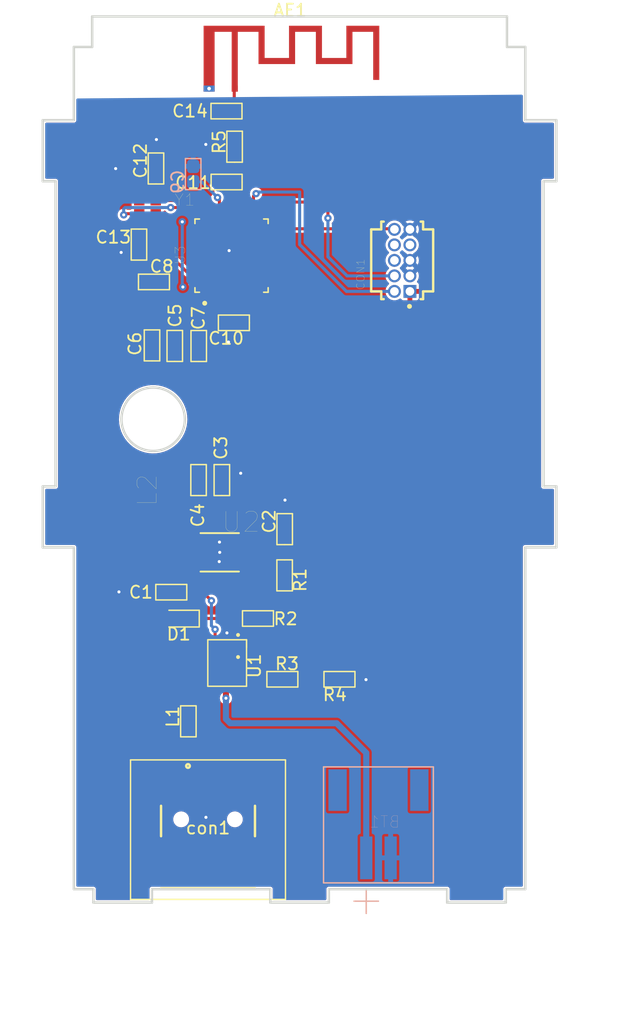
<source format=kicad_pcb>
(kicad_pcb (version 20210424) (generator pcbnew)
  (layers (0 "F.Cu" signal) (31 "B.Cu" signal) (34 "B.Paste" user) (35 "F.Paste" user) (36 "B.SilkS" user "B.Silkscreen") (37 "F.SilkS" user "F.Silkscreen") (38 "B.Mask" user) (39 "F.Mask" user) (44 "Edge.Cuts" user))
  (net 0 "")
  (net 1 "+3V3")
  (net 2 "Net-(AE1-Pad1)")
  (net 3 "VBAT")
  (net 4 "GND")
  (net 5 "Net-(C2-Pad1)")
  (net 6 "Net-(C8-Pad2)")
  (net 7 "Net-(C9-Pad2)")
  (net 8 "Net-(C10-Pad2)")
  (net 9 "Net-(C11-Pad1)")
  (net 10 "Net-(C12-Pad1)")
  (net 11 "Net-(C13-Pad1)")
  (net 12 "/mcu/SWDIO")
  (net 13 "Net-(D1-Pad1)")
  (net 14 "VBUS")
  (net 18 "Net-(L1-Pad1)")
  (net 23 "Net-(L2-Pad1)")
  (net 24 "Net-(L2-Pad2)")
  (net 25 "Net-(R2-Pad1)")
  (net 26 "Net-(R3-Pad1)")
  (net 27 "Net-(R3-Pad2)")
  (net 49 "/mcu/RST")
  (net 50 "/mcu/SWDCLK")
  (footprint "vanalles:0603" (layer "F.Cu") (at 93.85 59.73 90)
    (fp_text reference "C12" (at 0.635 -1.265 90) (layer "F.SilkS"))
    (fp_text value "12pF")
    (pad "1" smd roundrect (at -0.635 0.005 180) (size 1 1.1) (layers "F.Cu" "F.Paste" "F.Mask") (net 10 "Net-(C12-Pad1)"))
    (pad "2" smd roundrect (at 0.635 0.005 180) (size 1 1.1) (layers "F.Cu" "F.Paste" "F.Mask") (net 4 "GND"))
  )
  (footprint "vanalles:0603" (layer "F.Cu") (at 99.25 85.26 90)
    (fp_text reference "C3" (at 2.645 -0.075 90) (layer "F.SilkS"))
    (fp_text value "10uF")
    (pad "1" smd roundrect (at -0.635 0.005 180) (size 1 1.1) (layers "F.Cu" "F.Paste" "F.Mask") (net 1 "+3V3"))
    (pad "2" smd roundrect (at 0.635 0.005 180) (size 1 1.1) (layers "F.Cu" "F.Paste" "F.Mask") (net 4 "GND"))
  )
  (footprint "connectors_user:usb_connector" (layer "F.Cu") (at 98.13 113.9)
    (fp_text reference "con1" (at -0.01 -0.135) (layer "F.SilkS"))
    (fp_text value "USB_micro")
    (pad "1" smd rect (at -1.61 -3.445) (size 0.5 2.5) (layers "F.Cu" "F.Paste" "F.Mask") (net 18 "Net-(L1-Pad1)"))
    (pad "2" smd rect (at -0.81 -3.445) (size 0.5 2.5) (layers "F.Cu" "F.Paste" "F.Mask"))
    (pad "3" smd rect (at -0.01 -3.445) (size 0.5 2.5) (layers "F.Cu" "F.Paste" "F.Mask"))
    (pad "4" smd rect (at 0.79 -3.445) (size 0.5 2.5) (layers "F.Cu" "F.Paste" "F.Mask"))
    (pad "5" smd rect (at 1.59 -3.445) (size 0.5 2.5) (layers "F.Cu" "F.Paste" "F.Mask") (net 4 "GND"))
    (pad "6" smd rect (at -4.41 -3.445) (size 2 2.5) (layers "F.Cu" "F.Paste" "F.Mask"))
    (pad "7" smd rect (at 4.39 -3.445) (size 2 2.5) (layers "F.Cu" "F.Paste" "F.Mask"))
    (pad "8" smd rect (at 4.39 2.055) (size 2 2.5) (layers "F.Cu" "F.Paste" "F.Mask"))
    (pad "9" smd rect (at -4.41 2.055) (size 2 2.5) (layers "F.Cu" "F.Paste" "F.Mask"))
    (pad "10" np_thru_hole circle (at -2.21 -0.845) (size 0.9 0.9) (drill 0.9) (layers *.Cu *.Mask))
    (pad "11" np_thru_hole circle (at 2.19 -0.845) (size 0.9 0.9) (drill 0.9) (layers *.Cu *.Mask))
  )
  (footprint "halfgeleiders:SOT-25" (layer "F.Cu") (at 99.6975 100.2475 -90)
    (fp_text reference "U1" (at 0.236 -2.233 90) (layer "F.SilkS"))
    (fp_text value "MCP73831")
    (pad "1" smd roundrect (at -1.27 -0.945) (size 0.55 0.8) (layers "F.Cu" "F.Paste" "F.Mask") (net 25 "Net-(R2-Pad1)"))
    (pad "2" smd rect (at -1.27 0.005) (size 0.55 0.8) (layers "F.Cu" "F.Paste" "F.Mask") (net 4 "GND"))
    (pad "3" smd rect (at -1.27 0.955) (size 0.55 0.8) (layers "F.Cu" "F.Paste" "F.Mask") (net 3 "VBAT"))
    (pad "4" smd rect (at 1.33 0.955) (size 0.55 0.8) (layers "F.Cu" "F.Paste" "F.Mask") (net 14 "VBUS"))
    (pad "5" smd rect (at 1.33 -0.945) (size 0.55 0.8) (layers "F.Cu" "F.Paste" "F.Mask") (net 26 "Net-(R3-Pad1)"))
  )
  (footprint "vanalles:0603" (layer "F.Cu") (at 97.34 85.26 90)
    (fp_text reference "C4" (at -2.885 -0.055 90) (layer "F.SilkS"))
    (fp_text value "10uF")
    (pad "1" smd roundrect (at -0.635 0.005 180) (size 1 1.1) (layers "F.Cu" "F.Paste" "F.Mask") (net 1 "+3V3"))
    (pad "2" smd roundrect (at 0.635 0.005 180) (size 1 1.1) (layers "F.Cu" "F.Paste" "F.Mask") (net 4 "GND"))
  )
  (footprint "vanalles:INDM300X300X200L80X50" (layer "F.Cu") (at 94.71 91.12 90)
    (fp_text reference "L2" (at 5.03 -1.57 90) (layer "F.SilkS") (effects (font (size 1.574803 1.574803) (thickness 0.015))))
    (fp_text value "2.2uH")
    (pad "1" smd rect (at -1.35 0 90) (size 1.5 1.2) (layers "F.Cu" "F.Paste" "F.Mask") (net 23 "Net-(L2-Pad1)"))
    (pad "2" smd rect (at 1.35 0 90) (size 1.5 1.2) (layers "F.Cu" "F.Paste" "F.Mask") (net 24 "Net-(L2-Pad2)"))
  )
  (footprint "vanalles:0603RL" (layer "F.Cu") (at 102.21 96.6 180)
    (fp_text reference "R2" (at -2.27 -0.03) (layer "F.SilkS"))
    (fp_text value "1K")
    (pad "1" smd roundrect (at -0.64 0 270) (size 1 1.1) (layers "F.Cu" "F.Paste" "F.Mask") (net 25 "Net-(R2-Pad1)"))
    (pad "2" smd roundrect (at 0.63 0 270) (size 1 1.1) (layers "F.Cu" "F.Paste" "F.Mask") (net 13 "Net-(D1-Pad1)"))
  )
  (footprint "vanalles:0603" (layer "F.Cu") (at 95.11 94.45 180)
    (fp_text reference "C1" (at 2.49 0) (layer "F.SilkS"))
    (fp_text value "10uF")
    (pad "1" smd roundrect (at -0.635 0.005 270) (size 1 1.1) (layers "F.Cu" "F.Paste" "F.Mask") (net 3 "VBAT"))
    (pad "2" smd roundrect (at 0.635 0.005 270) (size 1 1.1) (layers "F.Cu" "F.Paste" "F.Mask") (net 4 "GND"))
  )
  (footprint "vanalles:0603" (layer "F.Cu") (at 97.355 74.275 90)
    (fp_text reference "C7" (at 2.285 -0.025 90) (layer "F.SilkS"))
    (fp_text value "100nF")
    (pad "1" smd roundrect (at -0.635 0.005 180) (size 1 1.1) (layers "F.Cu" "F.Paste" "F.Mask") (net 4 "GND"))
    (pad "2" smd roundrect (at 0.635 0.005 180) (size 1 1.1) (layers "F.Cu" "F.Paste" "F.Mask") (net 1 "+3V3"))
  )
  (footprint "vanalles:0603" (layer "F.Cu") (at 104.4 89.28 90)
    (fp_text reference "C2" (at 0.635 -1.265 90) (layer "F.SilkS"))
    (fp_text value "0.1uF")
    (pad "1" smd roundrect (at -0.635 0.005 180) (size 1 1.1) (layers "F.Cu" "F.Paste" "F.Mask") (net 5 "Net-(C2-Pad1)"))
    (pad "2" smd roundrect (at 0.635 0.005 180) (size 1 1.1) (layers "F.Cu" "F.Paste" "F.Mask") (net 4 "GND"))
  )
  (footprint "vanalles:0603" (layer "F.Cu") (at 93.69 69.02)
    (fp_text reference "C8" (at 0.635 -1.265) (layer "F.SilkS"))
    (fp_text value "1uF")
    (pad "1" smd roundrect (at -0.635 0.005 90) (size 1 1.1) (layers "F.Cu" "F.Paste" "F.Mask") (net 4 "GND"))
    (pad "2" smd roundrect (at 0.635 0.005 90) (size 1 1.1) (layers "F.Cu" "F.Paste" "F.Mask") (net 6 "Net-(C8-Pad2)"))
  )
  (footprint "vanalles:0603RL" (layer "F.Cu") (at 104.4 93.07 -90)
    (fp_text reference "R1" (at 0.376 -1.27 90) (layer "F.SilkS"))
    (fp_text value "100")
    (pad "1" smd roundrect (at -0.64 0) (size 1 1.1) (layers "F.Cu" "F.Paste" "F.Mask") (net 5 "Net-(C2-Pad1)"))
    (pad "2" smd roundrect (at 0.63 0) (size 1 1.1) (layers "F.Cu" "F.Paste" "F.Mask") (net 3 "VBAT"))
  )
  (footprint "vanalles:0603RL" (layer "F.Cu") (at 100.3 57.94 90)
    (fp_text reference "R5" (at 0.376 -1.27 90) (layer "F.SilkS"))
    (fp_text value "0")
    (pad "1" smd roundrect (at -0.64 0 180) (size 1 1.1) (layers "F.Cu" "F.Paste" "F.Mask") (net 9 "Net-(C11-Pad1)"))
    (pad "2" smd roundrect (at 0.63 0 180) (size 1 1.1) (layers "F.Cu" "F.Paste" "F.Mask") (net 2 "Net-(AE1-Pad1)"))
  )
  (footprint "vanalles:Texas_SWRA117D_2.4GHz_Right" (layer "F.Cu") (at 100.31 53.185)
    (fp_text reference "AE1" (at 4.55 -6.41) (layer "F.SilkS"))
    (fp_text value "Antenna")
    (fp_poly (pts (xy 2.45 -2.51) (xy 4.45 -2.51) (xy 4.45 -5.15) (xy 7.15 -5.15) (xy 7.15 -2.51) (xy 9.15 -2.51) (xy 9.15 -5.15) (xy 11.85 -5.15) (xy 11.85 -0.71) (xy 11.35 -0.71) (xy 11.35 -4.65) (xy 9.65 -4.65) (xy 9.65 -2.01) (xy 6.65 -2.01) (xy 6.65 -4.65) (xy 4.95 -4.65) (xy 4.95 -2.01) (xy 1.95 -2.01) (xy 1.95 -4.65) (xy 0.25 -4.65) (xy 0.25 0.25) (xy -0.25 0.25) (xy -0.25 -4.65) (xy -1.65 -4.65) (xy -1.65 0.25) (xy -2.55 0.25) (xy -2.55 0.006785) (xy -2.247583 0.006785) (xy -2.237742 0.054395) (xy -2.213674 0.096797) (xy -2.175731 0.129581) (xy -2.167819 0.133935) (xy -2.125156 0.146043) (xy -2.076637 0.1453) (xy -2.031122 0.1324) (xy -2.012511 0.121787) (xy -1.978868 0.086553) (xy -1.958309 0.041368) (xy -1.951778 -0.008158) (xy -1.960218 -0.056417) (xy -1.977112 -0.088643) (xy -2.012372 -0.121313) (xy -2.057682 -0.141408) (xy -2.107267 -0.147982) (xy -2.155353 -0.140092) (xy -2.188245 -0.123186) (xy -2.223185 -0.086416) (xy -2.242847 -0.041622) (xy -2.247583 0.006785) (xy -2.55 0.006785) (xy -2.55 -5.15) (xy 2.45 -5.15) (xy 2.45 -2.51)) (layer "F.Cu") (width 0) (fill solid))
    (pad "1" connect rect (at 0 0) (size 0.5 0.5) (layers "F.Cu") (net 2 "Net-(AE1-Pad1)"))
    (pad "2" thru_hole rect (at -2.1 0) (size 0.9 0.5) (drill 0.3) (layers *.Cu))
  )
  (footprint "vanalles:0603" (layer "F.Cu") (at 93.525 74.225 90)
    (fp_text reference "C6" (at 0.135 -1.395 90) (layer "F.SilkS"))
    (fp_text value "100nF")
    (pad "1" smd roundrect (at -0.635 0.005 180) (size 1 1.1) (layers "F.Cu" "F.Paste" "F.Mask") (net 4 "GND"))
    (pad "2" smd roundrect (at 0.635 0.005 180) (size 1 1.1) (layers "F.Cu" "F.Paste" "F.Mask") (net 1 "+3V3"))
  )
  (footprint "halfgeleiders:nrf" (layer "F.Cu") (at 100.05 66.87 90)
    (fp_text reference "U3" (at 0.04 -4.208 90) (layer "F.SilkS") (effects (font (size 0.8 0.8) (thickness 0.015))))
    (fp_text value "nRF52810-QFxx")
    (pad "1" smd rect (at -2.95 -2.2 90) (size 0.81 0.22) (layers "F.Cu" "F.Paste" "F.Mask") (net 8 "Net-(C10-Pad2)"))
    (pad "2" smd rect (at -2.95 -1.8 90) (size 0.81 0.22) (layers "F.Cu" "F.Paste" "F.Mask"))
    (pad "3" smd rect (at -2.95 -1.4 90) (size 0.81 0.22) (layers "F.Cu" "F.Paste" "F.Mask"))
    (pad "4" smd rect (at -2.95 -1 90) (size 0.81 0.22) (layers "F.Cu" "F.Paste" "F.Mask"))
    (pad "5" smd rect (at -2.95 -0.6 90) (size 0.81 0.22) (layers "F.Cu" "F.Paste" "F.Mask"))
    (pad "6" smd rect (at -2.95 -0.2 90) (size 0.81 0.22) (layers "F.Cu" "F.Paste" "F.Mask"))
    (pad "7" smd rect (at -2.95 0.2 90) (size 0.81 0.22) (layers "F.Cu" "F.Paste" "F.Mask"))
    (pad "8" smd rect (at -2.95 0.6 90) (size 0.81 0.22) (layers "F.Cu" "F.Paste" "F.Mask"))
    (pad "9" smd rect (at -2.95 1 90) (size 0.81 0.22) (layers "F.Cu" "F.Paste" "F.Mask"))
    (pad "10" smd rect (at -2.95 1.4 90) (size 0.81 0.22) (layers "F.Cu" "F.Paste" "F.Mask"))
    (pad "11" smd rect (at -2.95 1.8 90) (size 0.81 0.22) (layers "F.Cu" "F.Paste" "F.Mask"))
    (pad "12" smd rect (at -2.95 2.2 90) (size 0.81 0.22) (layers "F.Cu" "F.Paste" "F.Mask"))
    (pad "13" smd rect (at -2.2 2.95 90) (size 0.22 0.81) (layers "F.Cu" "F.Paste" "F.Mask") (net 1 "+3V3"))
    (pad "14" smd rect (at -1.8 2.95 90) (size 0.22 0.81) (layers "F.Cu" "F.Paste" "F.Mask"))
    (pad "15" smd rect (at -1.4 2.95 90) (size 0.22 0.81) (layers "F.Cu" "F.Paste" "F.Mask"))
    (pad "16" smd rect (at -1 2.95 90) (size 0.22 0.81) (layers "F.Cu" "F.Paste" "F.Mask"))
    (pad "17" smd rect (at -0.6 2.95 90) (size 0.22 0.81) (layers "F.Cu" "F.Paste" "F.Mask"))
    (pad "18" smd rect (at -0.2 2.95 90) (size 0.22 0.81) (layers "F.Cu" "F.Paste" "F.Mask"))
    (pad "19" smd rect (at 0.2 2.95 90) (size 0.22 0.81) (layers "F.Cu" "F.Paste" "F.Mask"))
    (pad "20" smd rect (at 0.6 2.95 90) (size 0.22 0.81) (layers "F.Cu" "F.Paste" "F.Mask"))
    (pad "21" smd rect (at 1 2.95 90) (size 0.22 0.81) (layers "F.Cu" "F.Paste" "F.Mask"))
    (pad "22" smd rect (at 1.4 2.95 90) (size 0.22 0.81) (layers "F.Cu" "F.Paste" "F.Mask"))
    (pad "23" smd rect (at 1.8 2.95 90) (size 0.22 0.81) (layers "F.Cu" "F.Paste" "F.Mask"))
    (pad "24" smd rect (at 2.2 2.95 90) (size 0.22 0.81) (layers "F.Cu" "F.Paste" "F.Mask") (net 49 "/mcu/RST"))
    (pad "25" smd rect (at 2.95 2.2 90) (size 0.81 0.22) (layers "F.Cu" "F.Paste" "F.Mask") (net 50 "/mcu/SWDCLK"))
    (pad "26" smd rect (at 2.95 1.8 90) (size 0.81 0.22) (layers "F.Cu" "F.Paste" "F.Mask") (net 12 "/mcu/SWDIO"))
    (pad "27" smd rect (at 2.95 1.4 90) (size 0.81 0.22) (layers "F.Cu" "F.Paste" "F.Mask"))
    (pad "28" smd rect (at 2.95 1 90) (size 0.81 0.22) (layers "F.Cu" "F.Paste" "F.Mask"))
    (pad "29" smd rect (at 2.95 0.6 90) (size 0.81 0.22) (layers "F.Cu" "F.Paste" "F.Mask"))
    (pad "30" smd rect (at 2.95 0.2 90) (size 0.81 0.22) (layers "F.Cu" "F.Paste" "F.Mask") (net 9 "Net-(C11-Pad1)"))
    (pad "31" smd rect (at 2.95 -0.2 90) (size 0.81 0.22) (layers "F.Cu" "F.Paste" "F.Mask") (net 4 "GND"))
    (pad "32" smd rect (at 2.95 -0.6 90) (size 0.81 0.22) (layers "F.Cu" "F.Paste" "F.Mask") (net 4 "GND"))
    (pad "33" smd rect (at 2.95 -1 90) (size 0.81 0.22) (layers "F.Cu" "F.Paste" "F.Mask") (net 7 "Net-(C9-Pad2)"))
    (pad "34" smd rect (at 2.95 -1.4 90) (size 0.81 0.22) (layers "F.Cu" "F.Paste" "F.Mask") (net 10 "Net-(C12-Pad1)"))
    (pad "35" smd rect (at 2.95 -1.8 90) (size 0.81 0.22) (layers "F.Cu" "F.Paste" "F.Mask") (net 11 "Net-(C13-Pad1)"))
    (pad "36" smd rect (at 2.95 -2.2 90) (size 0.81 0.22) (layers "F.Cu" "F.Paste" "F.Mask") (net 1 "+3V3"))
    (pad "37" smd rect (at 2.2 -2.95 90) (size 0.22 0.81) (layers "F.Cu" "F.Paste" "F.Mask"))
    (pad "38" smd rect (at 1.8 -2.95 90) (size 0.22 0.81) (layers "F.Cu" "F.Paste" "F.Mask"))
    (pad "39" smd rect (at 1.4 -2.95 90) (size 0.22 0.81) (layers "F.Cu" "F.Paste" "F.Mask"))
    (pad "40" smd rect (at 1 -2.95 90) (size 0.22 0.81) (layers "F.Cu" "F.Paste" "F.Mask"))
    (pad "41" smd rect (at 0.6 -2.95 90) (size 0.22 0.81) (layers "F.Cu" "F.Paste" "F.Mask"))
    (pad "42" smd rect (at 0.2 -2.95 90) (size 0.22 0.81) (layers "F.Cu" "F.Paste" "F.Mask"))
    (pad "43" smd rect (at -0.2 -2.95 90) (size 0.22 0.81) (layers "F.Cu" "F.Paste" "F.Mask"))
    (pad "44" smd rect (at -0.6 -2.95 90) (size 0.22 0.81) (layers "F.Cu" "F.Paste" "F.Mask"))
    (pad "45" smd rect (at -1 -2.95 90) (size 0.22 0.81) (layers "F.Cu" "F.Paste" "F.Mask") (net 4 "GND"))
    (pad "46" smd rect (at -1.4 -2.95 90) (size 0.22 0.81) (layers "F.Cu" "F.Paste" "F.Mask") (net 6 "Net-(C8-Pad2)"))
    (pad "47" smd rect (at -1.8 -2.95 90) (size 0.22 0.81) (layers "F.Cu" "F.Paste" "F.Mask"))
    (pad "48" smd rect (at -2.2 -2.95 90) (size 0.22 0.81) (layers "F.Cu" "F.Paste" "F.Mask") (net 1 "+3V3"))
    (pad "49" smd rect (at 0 0 90) (size 4.6 4.6) (layers "F.Cu" "F.Mask") (net 4 "GND"))
  )
  (footprint "vanalles:0603RL" (layer "F.Cu") (at 108.89 101.58 180)
    (fp_text reference "R4" (at 0.376 -1.27) (layer "F.SilkS"))
    (fp_text value "1k")
    (pad "1" smd roundrect (at -0.64 0 270) (size 1 1.1) (layers "F.Cu" "F.Paste" "F.Mask") (net 4 "GND"))
    (pad "2" smd roundrect (at 0.63 0 270) (size 1 1.1) (layers "F.Cu" "F.Paste" "F.Mask") (net 27 "Net-(R3-Pad2)"))
  )
  (footprint "halfgeleiders:SON50P300X300X100-11N" (layer "F.Cu") (at 99.08 91.18)
    (fp_text reference "U2" (at 1.75 -2.48) (layer "F.SilkS") (effects (font (size 1.641827 1.641827) (thickness 0.015))))
    (fp_text value "TPS63001")
    (pad "1" smd rect (at -1.4732 -0.9906) (size 0.8128 0.3048) (layers "F.Cu" "F.Paste" "F.Mask") (net 1 "+3V3"))
    (pad "2" smd rect (at -1.4732 -0.508) (size 0.8128 0.3048) (layers "F.Cu" "F.Paste" "F.Mask") (net 24 "Net-(L2-Pad2)"))
    (pad "3" smd rect (at -1.4732 0) (size 0.8128 0.3048) (layers "F.Cu" "F.Paste" "F.Mask") (net 4 "GND"))
    (pad "4" smd rect (at -1.4732 0.508) (size 0.8128 0.3048) (layers "F.Cu" "F.Paste" "F.Mask") (net 23 "Net-(L2-Pad1)"))
    (pad "5" smd rect (at -1.4732 0.9906) (size 0.8128 0.3048) (layers "F.Cu" "F.Paste" "F.Mask") (net 3 "VBAT"))
    (pad "6" smd rect (at 1.4732 0.9906) (size 0.8128 0.3048) (layers "F.Cu" "F.Paste" "F.Mask") (net 5 "Net-(C2-Pad1)"))
    (pad "7" smd rect (at 1.4732 0.508) (size 0.8128 0.3048) (layers "F.Cu" "F.Paste" "F.Mask") (net 5 "Net-(C2-Pad1)"))
    (pad "8" smd rect (at 1.4732 0) (size 0.8128 0.3048) (layers "F.Cu" "F.Paste" "F.Mask") (net 5 "Net-(C2-Pad1)"))
    (pad "9" smd rect (at 1.4732 -0.508) (size 0.8128 0.3048) (layers "F.Cu" "F.Paste" "F.Mask") (net 4 "GND"))
    (pad "10" smd rect (at 1.4732 -0.9906) (size 0.8128 0.3048) (layers "F.Cu" "F.Paste" "F.Mask") (net 1 "+3V3"))
    (pad "11" smd rect (at 0 0) (size 1.651 2.3876) (layers "F.Cu" "F.Paste" "F.Mask" "Dwgs.User") (net 4 "GND"))
  )
  (footprint "vanalles:0603" (layer "F.Cu") (at 92.465 65.965 -90)
    (fp_text reference "C13" (at -0.605 2.105 180) (layer "F.SilkS"))
    (fp_text value "12pF")
    (pad "1" smd roundrect (at -0.635 0.005) (size 1 1.1) (layers "F.Cu" "F.Paste" "F.Mask") (net 11 "Net-(C13-Pad1)"))
    (pad "2" smd roundrect (at 0.635 0.005) (size 1 1.1) (layers "F.Cu" "F.Paste" "F.Mask") (net 4 "GND"))
  )
  (footprint "vanalles:OSCCC200X160X50L55X65" (layer "F.Cu") (at 93.159795 62.91)
    (fp_text reference "Y1" (at 3.05 -0.61) (layer "F.SilkS") (effects (font (size 0.96063 0.96063) (thickness 0.015))))
    (fp_text value "326MhZ")
    (pad "1" smd rect (at -0.675 0.525) (size 0.85 0.75) (layers "F.Cu" "F.Paste" "F.Mask") (net 11 "Net-(C13-Pad1)"))
    (pad "2" smd rect (at 0.675 0.525) (size 0.85 0.75) (layers "F.Cu" "F.Paste" "F.Mask") (net 4 "GND"))
    (pad "3" smd rect (at 0.675 -0.525) (size 0.85 0.75) (layers "F.Cu" "F.Paste" "F.Mask") (net 10 "Net-(C12-Pad1)"))
    (pad "4" smd rect (at -0.675 -0.525) (size 0.85 0.75) (layers "F.Cu" "F.Paste" "F.Mask") (net 4 "GND"))
  )
  (footprint "vanalles:0603RL" (layer "F.Cu") (at 104.22 101.58)
    (fp_text reference "R3" (at 0.376 -1.27) (layer "F.SilkS"))
    (fp_text value "1k")
    (pad "1" smd roundrect (at -0.64 0 90) (size 1 1.1) (layers "F.Cu" "F.Paste" "F.Mask") (net 26 "Net-(R3-Pad1)"))
    (pad "2" smd roundrect (at 0.63 0 90) (size 1 1.1) (layers "F.Cu" "F.Paste" "F.Mask") (net 27 "Net-(R3-Pad2)"))
  )
  (footprint "vanalles:0603RL" (layer "F.Cu") (at 96.51 105.02 90)
    (fp_text reference "L1" (at 0.376 -1.27 90) (layer "F.SilkS"))
    (fp_text value "L")
    (pad "1" smd roundrect (at -0.64 0 180) (size 1 1.1) (layers "F.Cu" "F.Paste" "F.Mask") (net 18 "Net-(L1-Pad1)"))
    (pad "2" smd roundrect (at 0.63 0 180) (size 1 1.1) (layers "F.Cu" "F.Paste" "F.Mask") (net 14 "VBUS"))
  )
  (footprint "vanalles:0603" (layer "F.Cu") (at 100.24 72.38 180)
    (fp_text reference "C10" (at 0.635 -1.265) (layer "F.SilkS"))
    (fp_text value "100nF")
    (pad "1" smd roundrect (at -0.635 0.005 270) (size 1 1.1) (layers "F.Cu" "F.Paste" "F.Mask") (net 4 "GND"))
    (pad "2" smd roundrect (at 0.635 0.005 270) (size 1 1.1) (layers "F.Cu" "F.Paste" "F.Mask") (net 8 "Net-(C10-Pad2)"))
  )
  (footprint "halfgeleiders:led0603" (layer "F.Cu") (at 95.7175 96.61 180)
    (fp_text reference "D1" (at 0 -1.27) (layer "F.SilkS"))
    (fp_text value "LED")
    (pad "1" smd roundrect (at -0.8125 0 180) (size 1.225 0.85) (layers "F.Cu" "F.Paste" "F.Mask") (net 13 "Net-(D1-Pad1)"))
    (pad "2" smd roundrect (at 0.8125 0 180) (size 1.225 0.85) (layers "F.Cu" "F.Paste" "F.Mask") (net 14 "VBUS"))
  )
  (footprint "vanalles:0603" (layer "F.Cu") (at 99.645 60.845 180)
    (fp_text reference "C11" (at 2.755 -0.045) (layer "F.SilkS"))
    (fp_text value "NM")
    (pad "1" smd roundrect (at -0.635 0.005 270) (size 1 1.1) (layers "F.Cu" "F.Paste" "F.Mask") (net 9 "Net-(C11-Pad1)"))
    (pad "2" smd roundrect (at 0.635 0.005 270) (size 1 1.1) (layers "F.Cu" "F.Paste" "F.Mask") (net 4 "GND"))
  )
  (footprint "vanalles:0603" (layer "F.Cu") (at 99.635 55.035 180)
    (fp_text reference "C14" (at 2.995 0.005) (layer "F.SilkS"))
    (fp_text value "NM")
    (pad "1" smd roundrect (at -0.635 0.005 270) (size 1 1.1) (layers "F.Cu" "F.Paste" "F.Mask") (net 2 "Net-(AE1-Pad1)"))
    (pad "2" smd roundrect (at 0.635 0.005 270) (size 1 1.1) (layers "F.Cu" "F.Paste" "F.Mask") (net 4 "GND"))
  )
  (footprint "connectors_user:SAMTEC_FTSH-105-01-F-D-K" (layer "F.Cu") (at 114.02 67.285 90)
    (fp_text reference "CON1" (at -1.118 -3.3914 90) (layer "F.SilkS") (effects (font (size 0.64 0.64) (thickness 0.015))))
    (fp_text value "jtag")
    (pad "1" thru_hole rect (at -2.515 0.65 90) (size 1.06 1.06) (drill 0.71) (layers *.Cu *.Mask) (net 1 "+3V3"))
    (pad "2" thru_hole circle (at -2.515 -0.62 90) (size 1.06 1.06) (drill 0.71) (layers *.Cu *.Mask) (net 12 "/mcu/SWDIO"))
    (pad "3" thru_hole circle (at -1.245 0.65 90) (size 1.06 1.06) (drill 0.71) (layers *.Cu *.Mask) (net 4 "GND"))
    (pad "4" thru_hole circle (at -1.245 -0.62 90) (size 1.06 1.06) (drill 0.71) (layers *.Cu *.Mask) (net 50 "/mcu/SWDCLK"))
    (pad "5" thru_hole circle (at 0.025 0.65 90) (size 1.06 1.06) (drill 0.71) (layers *.Cu *.Mask) (net 4 "GND"))
    (pad "6" thru_hole circle (at 0.025 -0.62 90) (size 1.06 1.06) (drill 0.71) (layers *.Cu *.Mask))
    (pad "7" thru_hole circle (at 1.295 0.65 90) (size 1.06 1.06) (drill 0.71) (layers *.Cu *.Mask))
    (pad "8" thru_hole circle (at 1.295 -0.62 90) (size 1.06 1.06) (drill 0.71) (layers *.Cu *.Mask))
    (pad "9" thru_hole circle (at 2.565 0.65 90) (size 1.06 1.06) (drill 0.71) (layers *.Cu *.Mask) (net 4 "GND"))
    (pad "10" thru_hole circle (at 2.565 -0.62 90) (size 1.06 1.06) (drill 0.71) (layers *.Cu *.Mask) (net 49 "/mcu/RST"))
  )
  (footprint "vanalles:0603" (layer "F.Cu") (at 95.39 74.27 90)
    (fp_text reference "C5" (at 2.49 0.03 90) (layer "F.SilkS"))
    (fp_text value "4.7uF")
    (pad "1" smd roundrect (at -0.635 0.005 180) (size 1 1.1) (layers "F.Cu" "F.Paste" "F.Mask") (net 4 "GND"))
    (pad "2" smd roundrect (at 0.635 0.005 180) (size 1 1.1) (layers "F.Cu" "F.Paste" "F.Mask") (net 1 "+3V3"))
  )
  (footprint "vanalles:0603" (layer "B.Cu") (at 96.9 60.19 -90)
    (fp_text reference "C9" (at 0.635 1.265 90) (layer "B.SilkS") (effects (justify mirror)))
    (fp_text value "100pF")
    (pad "1" smd roundrect (at -0.635 -0.005 180) (size 1 1.1) (layers "B.Cu" "B.Paste" "B.Mask") (net 4 "GND"))
    (pad "2" smd roundrect (at 0.635 -0.005 180) (size 1 1.1) (layers "B.Cu" "B.Paste" "B.Mask") (net 7 "Net-(C9-Pad2)"))
  )
  (footprint "connectors_user:jst 2 pin" (layer "B.Cu") (at 112.09 113.26)
    (fp_text reference "BT1" (at 0.5 0) (layer "B.SilkS") (effects (font (size 0.944882 0.944882) (thickness 0.015)) (justify mirror)))
    (fp_text value "Battery")
    (pad "1" smd rect (at -1 2.95) (size 1 3.5) (layers "B.Cu" "B.Paste" "B.Mask") (net 3 "VBAT"))
    (pad "2" smd rect (at 1 2.95) (size 1 3.5) (layers "B.Cu" "B.Paste" "B.Mask") (net 4 "GND"))
    (pad "M" smd rect (at -3.35 -2.6) (size 1.5 3.4) (layers "B.Cu" "B.Paste" "B.Mask"))
    (pad "N" smd rect (at 3.35 -2.6) (size 1.5 3.4) (layers "B.Cu" "B.Paste" "B.Mask"))
  )
  (gr_line (start 88.625 47.275) (end 88.625 49.775) (layer "Edge.Cuts") (width 0.2))
  (gr_line (start 117.725 118.775) (end 108.025 118.775) (layer "Edge.Cuts") (width 0.2))
  (gr_line (start 124.125 55.775) (end 124.125 49.775) (layer "Edge.Cuts") (width 0.2))
  (gr_line (start 88.625 49.775) (end 87.125 49.775) (layer "Edge.Cuts") (width 0.2))
  (gr_line (start 122.525 119.875) (end 122.525 118.775) (layer "Edge.Cuts") (width 0.2))
  (gr_line (start 124.125 118.775) (end 122.525 118.775) (layer "Edge.Cuts") (width 0.2))
  (gr_line (start 122.625 47.275) (end 122.625 49.775) (layer "Edge.Cuts") (width 0.2))
  (gr_line (start 124.125 118.775) (end 124.125 90.775) (layer "Edge.Cuts") (width 0.2))
  (gr_line (start 87.125 55.775) (end 87.125 49.775) (layer "Edge.Cuts") (width 0.2))
  (gr_line (start 87.125 90.775) (end 84.575 90.775) (layer "Edge.Cuts") (width 0.2))
  (gr_line (start 108.025 118.775) (end 108.025 119.875) (layer "Edge.Cuts") (width 0.2))
  (gr_line (start 87.125 55.775) (end 84.575 55.775) (layer "Edge.Cuts") (width 0.2))
  (gr_line (start 117.725 118.775) (end 117.725 119.875) (layer "Edge.Cuts") (width 0.2))
  (gr_circle (center 93.625 80.275) (end 96.225 80.275) (layer "Edge.Cuts") (width 0.2) (fill none))
  (gr_line (start 125.625 85.775) (end 125.625 60.775) (layer "Edge.Cuts") (width 0.2))
  (gr_line (start 103.225 118.775) (end 93.525 118.775) (layer "Edge.Cuts") (width 0.2))
  (gr_line (start 88.725 118.775) (end 87.125 118.775) (layer "Edge.Cuts") (width 0.2))
  (gr_line (start 85.625 60.775) (end 84.575 60.775) (layer "Edge.Cuts") (width 0.2))
  (gr_line (start 124.125 49.775) (end 122.625 49.775) (layer "Edge.Cuts") (width 0.2))
  (gr_line (start 126.675 90.775) (end 124.125 90.775) (layer "Edge.Cuts") (width 0.2))
  (gr_line (start 126.675 60.775) (end 125.625 60.775) (layer "Edge.Cuts") (width 0.2))
  (gr_line (start 126.675 85.775) (end 125.625 85.775) (layer "Edge.Cuts") (width 0.2))
  (gr_line (start 108.025 119.875) (end 103.225 119.875) (layer "Edge.Cuts") (width 0.2))
  (gr_line (start 103.225 118.775) (end 103.225 119.875) (layer "Edge.Cuts") (width 0.2))
  (gr_line (start 93.525 118.775) (end 93.525 119.875) (layer "Edge.Cuts") (width 0.2))
  (gr_line (start 84.575 55.775) (end 84.575 60.775) (layer "Edge.Cuts") (width 0.2))
  (gr_line (start 126.675 85.775) (end 126.675 90.775) (layer "Edge.Cuts") (width 0.2))
  (gr_line (start 122.525 119.875) (end 117.725 119.875) (layer "Edge.Cuts") (width 0.2))
  (gr_line (start 126.675 55.775) (end 124.125 55.775) (layer "Edge.Cuts") (width 0.2))
  (gr_line (start 93.525 119.875) (end 88.725 119.875) (layer "Edge.Cuts") (width 0.2))
  (gr_line (start 126.675 55.775) (end 126.675 60.775) (layer "Edge.Cuts") (width 0.2))
  (gr_line (start 84.575 85.775) (end 84.575 90.775) (layer "Edge.Cuts") (width 0.2))
  (gr_line (start 88.725 118.775) (end 88.725 119.875) (layer "Edge.Cuts") (width 0.2))
  (gr_line (start 88.625 47.275) (end 122.625 47.275) (layer "Edge.Cuts") (width 0.2))
  (gr_line (start 87.125 118.775) (end 87.125 90.775) (layer "Edge.Cuts") (width 0.2))
  (gr_line (start 85.625 85.775) (end 85.625 60.775) (layer "Edge.Cuts") (width 0.2))
  (gr_line (start 85.625 85.775) (end 84.575 85.775) (layer "Edge.Cuts") (width 0.2))
  (segment (start 97.85 63.92) (end 96.19 63.92) (width 0.25) (layer "F.Cu") (net 1))
  (segment (start 96.19 63.92) (end 96.01 64.1) (width 0.25) (layer "F.Cu") (net 1))
  (via (at 96.01 64.1) (size 0.6) (drill 0.25) (layers "F.Cu" "B.Cu") (net 1))
  (via (at 96.06 69.44) (size 0.6) (drill 0.25) (layers "F.Cu" "B.Cu") (net 1))
  (segment (start 96.01 64.1) (end 96.01 69.39) (width 0.25) (layer "B.Cu") (net 1))
  (segment (start 96.01 69.39) (end 96.06 69.44) (width 0.25) (layer "B.Cu") (net 1))
  (segment (start 100.3 57.31) (end 100.3 55.06) (width 0.25) (layer "F.Cu") (net 2))
  (segment (start 100.3 55.06) (end 100.27 55.03) (width 0.25) (layer "F.Cu") (net 2))
  (segment (start 100.27 55.03) (end 100.27 53.225) (width 0.25) (layer "F.Cu") (net 2))
  (segment (start 100.27 53.225) (end 100.31 53.185) (width 0.25) (layer "F.Cu") (net 2))
  (segment (start 98.7 97.49) (end 98.7 98.935) (width 0.25) (layer "F.Cu") (net 3))
  (segment (start 95.745 94.235) (end 95.745 94.445) (width 0.25) (layer "F.Cu") (net 3))
  (segment (start 104.4 93.7) (end 97.69 93.7) (width 0.25) (layer "F.Cu") (net 3))
  (segment (start 99.59 100.73) (end 98.7425 99.8825) (width 0.5) (layer "F.Cu") (net 3))
  (segment (start 97.6068 94.3468) (end 98.4 95.14) (width 0.25) (layer "F.Cu") (net 3))
  (segment (start 96.43 93.55) (end 95.745 94.235) (width 0.25) (layer "F.Cu") (net 3))
  (segment (start 98.7 98.935) (end 98.7425 98.9775) (width 0.25) (layer "F.Cu") (net 3))
  (segment (start 99.59 103.13) (end 99.59 100.73) (width 0.5) (layer "F.Cu") (net 3))
  (segment (start 97.69 93.7) (end 97.54 93.55) (width 0.25) (layer "F.Cu") (net 3))
  (segment (start 97.6068 92.1706) (end 97.6068 93.7832) (width 0.25) (layer "F.Cu") (net 3))
  (segment (start 97.54 93.55) (end 96.43 93.55) (width 0.25) (layer "F.Cu") (net 3))
  (segment (start 98.7425 99.8825) (end 98.7425 98.9775) (width 0.5) (layer "F.Cu") (net 3))
  (segment (start 97.69 93.7) (end 97.6068 93.7832) (width 0.25) (layer "F.Cu") (net 3))
  (segment (start 97.6068 93.7832) (end 97.6068 94.3468) (width 0.25) (layer "F.Cu") (net 3))
  (via (at 98.7 97.49) (size 0.6) (drill 0.25) (layers "F.Cu" "B.Cu") (net 3))
  (via (at 98.4 95.14) (size 0.6) (drill 0.25) (layers "F.Cu" "B.Cu") (net 3))
  (via (at 99.59 103.13) (size 0.6) (drill 0.25) (layers "F.Cu" "B.Cu") (net 3))
  (segment (start 98.4 97.19) (end 98.7 97.49) (width 0.25) (layer "B.Cu") (net 3))
  (segment (start 111.09 116.21) (end 111.09 107.61) (width 0.5) (layer "B.Cu") (net 3))
  (segment (start 98.4 95.14) (end 98.4 97.19) (width 0.25) (layer "B.Cu") (net 3))
  (segment (start 111.09 107.61) (end 108.66 105.18) (width 0.5) (layer "B.Cu") (net 3))
  (segment (start 99.59 104.83) (end 99.59 103.13) (width 0.5) (layer "B.Cu") (net 3))
  (segment (start 108.66 105.18) (end 99.94 105.18) (width 0.5) (layer "B.Cu") (net 3))
  (segment (start 99.94 105.18) (end 99.59 104.83) (width 0.5) (layer "B.Cu") (net 3))
  (segment (start 99.05 67.87) (end 100.05 66.87) (width 0.25) (layer "F.Cu") (net 4))
  (segment (start 92.484795 60.594795) (end 91.75 59.86) (width 0.25) (layer "F.Cu") (net 4))
  (segment (start 91.63 59.74) (end 90.55 59.74) (width 0.25) (layer "F.Cu") (net 4))
  (segment (start 99.01 60.84) (end 99.01 57.76) (width 0.25) (layer "F.Cu") (net 4))
  (segment (start 99.01 55.04) (end 99 55.03) (width 0.25) (layer "F.Cu") (net 4))
  (segment (start 100.875 72.875) (end 99.8 73.95) (width 0.25) (layer "F.Cu") (net 4))
  (segment (start 99.6925 98.9775) (end 99.6925 97.8025) (width 0.25) (layer "F.Cu") (net 4))
  (segment (start 93.53 74.86) (end 93.53 75.22) (width 0.25) (layer "F.Cu") (net 4))
  (segment (start 97.345 84.625) (end 99.255 84.625) (width 0.25) (layer "F.Cu") (net 4))
  (segment (start 99.72 110.455) (end 99.72 111.955) (width 0.25) (layer "F.Cu") (net 4))
  (segment (start 92.4 66.66) (end 92.46 66.6) (width 0.25) (layer "F.Cu") (net 4))
  (segment (start 99.45 66.27) (end 100.05 66.87) (width 0.25) (layer "F.Cu") (net 4))
  (segment (start 97.31 74.86) (end 97.36 74.91) (width 0.25) (layer "F.Cu") (net 4))
  (segment (start 91.01 66.6) (end 91 66.61) (width 0.25) (layer "F.Cu") (net 4))
  (segment (start 99.85 66.46) (end 99.85 66.67) (width 0.25) (layer "F.Cu") (net 4))
  (segment (start 99.588 90.672) (end 99.08 91.18) (width 0.25) (layer "F.Cu") (net 4))
  (segment (start 111.04 101.58) (end 111.07 101.61) (width 0.25) (layer "F.Cu") (net 4))
  (segment (start 93.76 66.6) (end 92.46 66.6) (width 0.25) (layer "F.Cu") (net 4))
  (segment (start 99.72 111.955) (end 98.785 112.89) (width 0.25) (layer "F.Cu") (net 4))
  (segment (start 93.855 59.095) (end 93.855 57.395) (width 0.25) (layer "F.Cu") (net 4))
  (segment (start 100.725 84.625) (end 100.8 84.7) (width 0.25) (layer "F.Cu") (net 4))
  (segment (start 99.85 63.92) (end 99.85 66.46) (width 0.25) (layer "F.Cu") (net 4))
  (segment (start 91.75 59.86) (end 91.63 59.74) (width 0.25) (layer "F.Cu") (net 4))
  (segment (start 99.45 63.92) (end 99.45 66.27) (width 0.25) (layer "F.Cu") (net 4))
  (segment (start 94.475 94.445) (end 90.845 94.445) (width 0.25) (layer "F.Cu") (net 4))
  (segment (start 99.255 84.625) (end 100.725 84.625) (width 0.25) (layer "F.Cu") (net 4))
  (segment (start 90.845 94.445) (end 90.82 94.42) (width 0.25) (layer "F.Cu") (net 4))
  (segment (start 92.46 66.6) (end 91.01 66.6) (width 0.25) (layer "F.Cu") (net 4))
  (segment (start 98.785 112.89) (end 97.95 112.89) (width 0.25) (layer "F.Cu") (net 4))
  (segment (start 97.1 67.87) (end 99.05 67.87) (width 0.25) (layer "F.Cu") (net 4))
  (segment (start 93.855 57.395) (end 93.89 57.36) (width 0.25) (layer "F.Cu") (net 4))
  (segment (start 92.484795 62.385) (end 92.484795 60.594795) (width 0.25) (layer "F.Cu") (net 4))
  (segment (start 99.01 57.76) (end 99.01 55.04) (width 0.25) (layer "F.Cu") (net 4))
  (segment (start 104.405 88.645) (end 104.405 86.925) (width 0.25) (layer "F.Cu") (net 4))
  (segment (start 104.405 86.925) (end 104.43 86.9) (width 0.25) (layer "F.Cu") (net 4))
  (segment (start 100.875 72.375) (end 100.875 72.875) (width 0.25) (layer "F.Cu") (net 4))
  (segment (start 93.834795 63.435) (end 93.834795 66.525205) (width 0.25) (layer "F.Cu") (net 4))
  (segment (start 99.01 57.76) (end 97.94 57.76) (width 0.25) (layer "F.Cu") (net 4))
  (segment (start 99.85 66.67) (end 100.05 66.87) (width 0.25) (layer "F.Cu") (net 4))
  (segment (start 97.6068 91.18) (end 99.08 91.18) (width 0.25) (layer "F.Cu") (net 4))
  (segment (start 92.4 68.37) (end 92.4 66.66) (width 0.25) (layer "F.Cu") (net 4))
  (segment (start 99.6925 97.8025) (end 99.67 97.78) (width 0.25) (layer "F.Cu") (net 4))
  (segment (start 100.5532 90.672) (end 99.588 90.672) (width 0.25) (layer "F.Cu") (net 4))
  (segment (start 109.53 101.58) (end 111.04 101.58) (width 0.25) (layer "F.Cu") (net 4))
  (segment (start 93.53 74.86) (end 97.31 74.86) (width 0.25) (layer "F.Cu") (net 4))
  (segment (start 93.055 69.025) (end 92.4 68.37) (width 0.25) (layer "F.Cu") (net 4))
  (segment (start 98.84 74.91) (end 97.36 74.91) (width 0.25) (layer "F.Cu") (net 4))
  (segment (start 93.834795 66.525205) (end 93.76 66.6) (width 0.25) (layer "F.Cu") (net 4))
  (segment (start 99.8 73.95) (end 98.84 74.91) (width 0.25) (layer "F.Cu") (net 4))
  (via (at 91 66.61) (size 0.6) (drill 0.25) (layers "F.Cu" "B.Cu") (net 4))
  (via (at 90.82 94.42) (size 0.6) (drill 0.25) (layers "F.Cu" "B.Cu") (net 4))
  (via (at 97.95 112.89) (size 0.6) (drill 0.25) (layers "F.Cu" "B.Cu") (net 4))
  (via (at 99.04 91.94) (size 0.6) (drill 0.25) (layers "F.Cu" "B.Cu") (net 4))
  (via (at 99.85 66.46) (size 0.6) (drill 0.25) (layers "F.Cu" "B.Cu") (net 4))
  (via (at 93.89 57.36) (size 0.6) (drill 0.25) (layers "F.Cu" "B.Cu") (net 4))
  (via (at 90.55 59.74) (size 0.6) (drill 0.25) (layers "F.Cu" "B.Cu") (net 4))
  (via (at 111.07 101.61) (size 0.6) (drill 0.25) (layers "F.Cu" "B.Cu") (net 4))
  (via (at 99.67 97.78) (size 0.6) (drill 0.25) (layers "F.Cu" "B.Cu") (net 4))
  (via (at 104.43 86.9) (size 0.6) (drill 0.25) (layers "F.Cu" "B.Cu") (net 4))
  (via (at 97.94 57.76) (size 0.6) (drill 0.25) (layers "F.Cu" "B.Cu") (net 4))
  (via (at 99.06 90.34) (size 0.6) (drill 0.25) (layers "F.Cu" "B.Cu") (net 4))
  (via (at 99.08 91.18) (size 0.6) (drill 0.25) (layers "F.Cu" "B.Cu") (net 4))
  (via (at 99.8 73.95) (size 0.6) (drill 0.25) (layers "F.Cu" "B.Cu") (net 4))
  (via (at 100.8 84.7) (size 0.6) (drill 0.25) (layers "F.Cu" "B.Cu") (net 4))
  (segment (start 100.5532 91.688) (end 102.442 91.688) (width 0.25) (layer "F.Cu") (net 5))
  (segment (start 102.442 91.688) (end 102.5 91.63) (width 0.25) (layer "F.Cu") (net 5))
  (segment (start 102.7194 92.1706) (end 103 91.89) (width 0.25) (layer "F.Cu") (net 5))
  (segment (start 100.5532 91.18) (end 102.5 91.18) (width 0.25) (layer "F.Cu") (net 5))
  (segment (start 102.5 91.63) (end 102.5 91.18) (width 0.25) (layer "F.Cu") (net 5))
  (segment (start 102.98 91.18) (end 104.4 91.18) (width 0.25) (layer "F.Cu") (net 5))
  (segment (start 103 91.2) (end 102.98 91.18) (width 0.25) (layer "F.Cu") (net 5))
  (segment (start 104.4 91.18) (end 104.4 92.43) (width 0.25) (layer "F.Cu") (net 5))
  (segment (start 102.5 91.18) (end 102.98 91.18) (width 0.25) (layer "F.Cu") (net 5))
  (segment (start 100.5532 92.1706) (end 102.7194 92.1706) (width 0.25) (layer "F.Cu") (net 5))
  (segment (start 104.405 91.175) (end 104.405 89.915) (width 0.25) (layer "F.Cu") (net 5))
  (segment (start 103 91.89) (end 103 91.2) (width 0.25) (layer "F.Cu") (net 5))
  (segment (start 104.405 91.175) (end 104.4 91.18) (width 0.25) (layer "F.Cu") (net 5))
  (segment (start 93.620489 67.795482) (end 93.620489 67.464518) (width 0.25) (layer "F.Cu") (net 6))
  (segment (start 95.405489 67.230489) (end 96.445 68.27) (width 0.25) (layer "F.Cu") (net 6))
  (segment (start 94.325 69.025) (end 94.325 68.499993) (width 0.25) (layer "F.Cu") (net 6))
  (segment (start 96.445 68.27) (end 97.1 68.27) (width 0.25) (layer "F.Cu") (net 6))
  (segment (start 93.620489 67.464518) (end 93.854518 67.230489) (width 0.25) (layer "F.Cu") (net 6))
  (segment (start 94.325 68.499993) (end 93.620489 67.795482) (width 0.25) (layer "F.Cu") (net 6))
  (segment (start 93.854518 67.230489) (end 95.405489 67.230489) (width 0.25) (layer "F.Cu") (net 6))
  (segment (start 99.05 63.92) (end 99.05 62.26) (width 0.25) (layer "F.Cu") (net 7))
  (segment (start 99.05 62.26) (end 98.9 62.11) (width 0.25) (layer "F.Cu") (net 7))
  (via (at 98.9 62.11) (size 0.6) (drill 0.25) (layers "F.Cu" "B.Cu") (net 7))
  (segment (start 97.615 60.825) (end 98.9 62.11) (width 0.25) (layer "B.Cu") (net 7))
  (segment (start 96.905 60.825) (end 97.615 60.825) (width 0.25) (layer "B.Cu") (net 7))
  (segment (start 99.605 72.375) (end 98.935 72.375) (width 0.25) (layer "F.Cu") (net 8))
  (segment (start 97.8 69.87) (end 97.85 69.82) (width 0.25) (layer "F.Cu") (net 8))
  (segment (start 97.8 71.24) (end 97.8 69.87) (width 0.25) (layer "F.Cu") (net 8))
  (segment (start 98.935 72.375) (end 97.8 71.24) (width 0.25) (layer "F.Cu") (net 8))
  (segment (start 100.28 60.84) (end 100.28 58.6) (width 0.25) (layer "F.Cu") (net 9))
  (segment (start 100.28 60.84) (end 100.25 60.87) (width 0.25) (layer "F.Cu") (net 9))
  (segment (start 100.28 58.6) (end 100.3 58.58) (width 0.25) (layer "F.Cu") (net 9))
  (segment (start 100.25 60.87) (end 100.25 63.92) (width 0.25) (layer "F.Cu") (net 9))
  (segment (start 98.265499 62.355499) (end 93.864296 62.355499) (width 0.25) (layer "F.Cu") (net 10))
  (segment (start 98.65 62.74) (end 98.265499 62.355499) (width 0.25) (layer "F.Cu") (net 10))
  (segment (start 93.855 60.365) (end 93.855 62.364795) (width 0.25) (layer "F.Cu") (net 10))
  (segment (start 98.65 63.92) (end 98.65 62.74) (width 0.25) (layer "F.Cu") (net 10))
  (segment (start 93.864296 62.355499) (end 93.834795 62.385) (width 0.25) (layer "F.Cu") (net 10))
  (segment (start 93.855 62.364795) (end 93.834795 62.385) (width 0.25) (layer "F.Cu") (net 10))
  (segment (start 98.25 63.265) (end 97.915 62.93) (width 0.25) (layer "F.Cu") (net 11))
  (segment (start 98.25 63.92) (end 98.25 63.265) (width 0.25) (layer "F.Cu") (net 11))
  (segment (start 92.484795 63.435) (end 91.305 63.435) (width 0.25) (layer "F.Cu") (net 11))
  (segment (start 97.9 62.93) (end 95.06 62.93) (width 0.25) (layer "F.Cu") (net 11))
  (segment (start 91.305 63.435) (end 91.21 63.53) (width 0.25) (layer "F.Cu") (net 11))
  (segment (start 97.915 62.93) (end 97.9 62.93) (width 0.25) (layer "F.Cu") (net 11))
  (segment (start 92.46 65.33) (end 92.46 63.459795) (width 0.25) (layer "F.Cu") (net 11))
  (segment (start 92.46 63.459795) (end 92.484795 63.435) (width 0.25) (layer "F.Cu") (net 11))
  (via (at 91.21 63.53) (size 0.6) (drill 0.25) (layers "F.Cu" "B.Cu") (net 11))
  (via (at 95.06 62.93) (size 0.6) (drill 0.25) (layers "F.Cu" "B.Cu") (net 11))
  (segment (start 95.06 62.93) (end 91.32 62.93) (width 0.25) (layer "B.Cu") (net 11))
  (segment (start 91.32 62.93) (end 91.21 63.04) (width 0.25) (layer "B.Cu") (net 11))
  (segment (start 91.21 63.04) (end 91.21 63.53) (width 0.25) (layer "B.Cu") (net 11))
  (segment (start 101.85 62) (end 102.06 61.79) (width 0.25) (layer "F.Cu") (net 12))
  (segment (start 101.85 63.92) (end 101.85 62) (width 0.25) (layer "F.Cu") (net 12))
  (via (at 102.06 61.79) (size 0.6) (drill 0.25) (layers "F.Cu" "B.Cu") (net 12))
  (segment (start 105.63 61.66) (end 102.19 61.66) (width 0.25) (layer "B.Cu") (net 12))
  (segment (start 109.47 69.8) (end 105.63 65.96) (width 0.25) (layer "B.Cu") (net 12))
  (segment (start 102.19 61.66) (end 102.06 61.79) (width 0.25) (layer "B.Cu") (net 12))
  (segment (start 105.63 65.96) (end 105.63 61.66) (width 0.25) (layer "B.Cu") (net 12))
  (segment (start 113.4 69.8) (end 109.47 69.8) (width 0.25) (layer "B.Cu") (net 12))
  (segment (start 96.54 96.6) (end 96.53 96.61) (width 0.25) (layer "F.Cu") (net 13))
  (segment (start 101.58 96.6) (end 96.54 96.6) (width 0.25) (layer "F.Cu") (net 13))
  (segment (start 94.905 96.61) (end 94.905 98.155) (width 0.25) (layer "F.Cu") (net 14))
  (segment (start 97.6875 101.5775) (end 97.2525 101.5775) (width 0.25) (layer "F.Cu") (net 14))
  (segment (start 94.905 98.155) (end 97.6875 100.9375) (width 0.25) (layer "F.Cu") (net 14))
  (segment (start 96.51 102.32) (end 96.51 104.39) (width 0.25) (layer "F.Cu") (net 14))
  (segment (start 98.7425 101.5775) (end 97.6875 101.5775) (width 0.25) (layer "F.Cu") (net 14))
  (segment (start 97.2525 101.5775) (end 96.51 102.32) (width 0.25) (layer "F.Cu") (net 14))
  (segment (start 97.6875 100.9375) (end 97.6875 101.5775) (width 0.25) (layer "F.Cu") (net 14))
  (segment (start 96.51 105.66) (end 96.51 110.445) (width 0.25) (layer "F.Cu") (net 18))
  (segment (start 96.51 110.445) (end 96.52 110.455) (width 0.25) (layer "F.Cu") (net 18))
  (segment (start 95.436311 91.743689) (end 94.71 92.47) (width 0.25) (layer "F.Cu") (net 23))
  (segment (start 97.326311 91.743689) (end 95.436311 91.743689) (width 0.25) (layer "F.Cu") (net 23))
  (segment (start 97.6068 91.688) (end 97.382 91.688) (width 0.25) (layer "F.Cu") (net 23))
  (segment (start 97.382 91.688) (end 97.326311 91.743689) (width 0.25) (layer "F.Cu") (net 23))
  (segment (start 95.612 90.672) (end 94.71 89.77) (width 0.25) (layer "F.Cu") (net 24))
  (segment (start 97.6068 90.672) (end 95.612 90.672) (width 0.25) (layer "F.Cu") (net 24))
  (segment (start 100.6425 98.9775) (end 102.8925 98.9775) (width 0.25) (layer "F.Cu") (net 25))
  (segment (start 103.3 98.57) (end 103.3 97.05) (width 0.25) (layer "F.Cu") (net 25))
  (segment (start 102.8925 98.9775) (end 103.3 98.57) (width 0.25) (layer "F.Cu") (net 25))
  (segment (start 103.3 97.05) (end 102.85 96.6) (width 0.25) (layer "F.Cu") (net 25))
  (segment (start 100.645 101.58) (end 100.6425 101.5775) (width 0.25) (layer "F.Cu") (net 26))
  (segment (start 103.58 101.58) (end 100.645 101.58) (width 0.25) (layer "F.Cu") (net 26))
  (segment (start 108.26 101.58) (end 104.85 101.58) (width 0.25) (layer "F.Cu") (net 27))
  (segment (start 113.35 64.67) (end 103 64.67) (width 0.25) (layer "F.Cu") (net 49))
  (segment (start 113.4 64.72) (end 113.35 64.67) (width 0.25) (layer "F.Cu") (net 49))
  (segment (start 107.95 63.28) (end 107.95 63.8) (width 0.25) (layer "F.Cu") (net 50))
  (segment (start 102.25 63.92) (end 102.25 62.67) (width 0.25) (layer "F.Cu") (net 50))
  (segment (start 104.79 62.48) (end 107.15 62.48) (width 0.25) (layer "F.Cu") (net 50))
  (segment (start 102.25 62.67) (end 102.28 62.64) (width 0.25) (layer "F.Cu") (net 50))
  (segment (start 107.15 62.48) (end 107.93 63.26) (width 0.25) (layer "F.Cu") (net 50))
  (segment (start 102.28 62.64) (end 102.44 62.48) (width 0.25) (layer "F.Cu") (net 50))
  (segment (start 102.44 62.48) (end 104.79 62.48) (width 0.25) (layer "F.Cu") (net 50))
  (segment (start 107.93 63.26) (end 107.95 63.28) (width 0.25) (layer "F.Cu") (net 50))
  (via (at 107.95 63.8) (size 0.6) (drill 0.25) (layers "F.Cu" "B.Cu") (net 50))
  (segment (start 109.52 68.53) (end 113.4 68.53) (width 0.25) (layer "B.Cu") (net 50))
  (segment (start 107.95 63.8) (end 107.95 66.96) (width 0.25) (layer "B.Cu") (net 50))
  (segment (start 107.95 66.96) (end 109.52 68.53) (width 0.25) (layer "B.Cu") (net 50))
  (zone (net 1) (net_name "+3V3") (layer "F.Cu") (connect_pads (clearance 0.2)) (min_thickness 0.2) (fill yes (thermal_gap 0.2) (thermal_bridge_width 0.4))
    (polygon (pts (xy 128.8 128.16) (xy 83.21 128.11) (xy 82.69 54.06) (xy 128.47 53.66)))
  )
  (zone (net 4) (net_name "GND") (layer "B.Cu") (connect_pads (clearance 0.2)) (min_thickness 0.2) (fill yes (thermal_gap 0.2) (thermal_bridge_width 0.4))
    (polygon (pts (xy 133.79 129.83) (xy 81.8 129.72) (xy 81.07 54.05) (xy 133.29 53.6)))
  )
)
</source>
